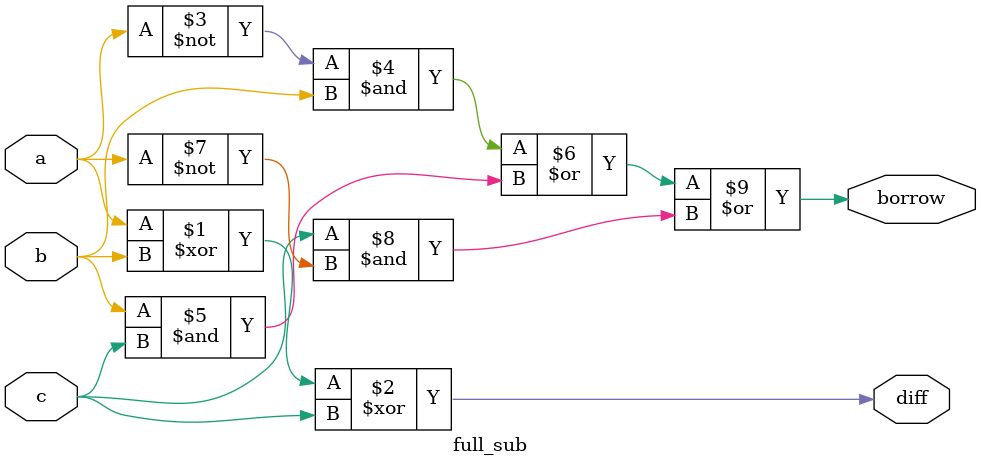
<source format=v>
module full_sub (
input a,b,c,
output diff, borrow );

assign diff = (a ^ b ^c);
assign borrow = (((~a)&b ) | (b&c) | ( c & (~a)));

endmodule


</source>
